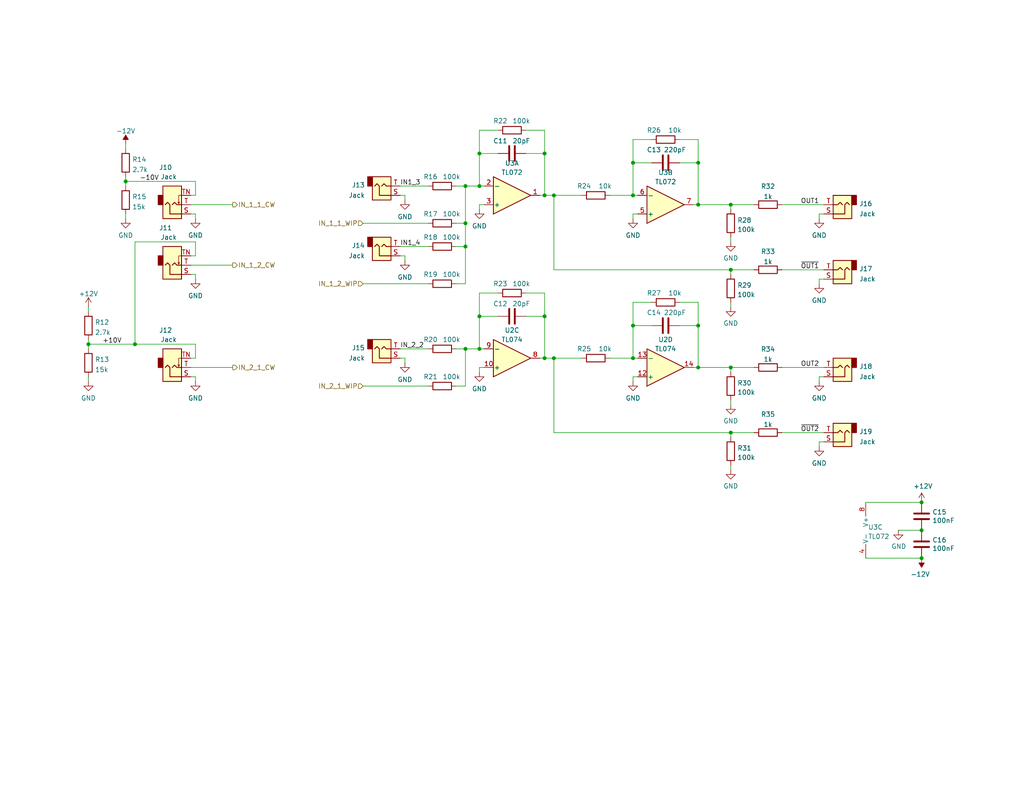
<source format=kicad_sch>
(kicad_sch (version 20211123) (generator eeschema)
  (paper "USLetter")
  (title_block (title "ARP 2600 style voltage processor") (date "2022-03-23") (company "Rich Holmes / Analog Output") (comment 1 "or neighboring rights to this work. Published from United States.") (comment 2 "To the extent possible under law, Richard Holmes has waived all copyright and related ") (comment 3 "Lag processor from MFOS design") (comment 4 "From ARP 2600 schematics with updates and additions"))
  (lib_symbols
    (symbol "Amplifier_Operational:TL074" (pin_names (offset 0.127))
      (property "Reference" "U" (at 0 5.08 0))
      (property "Value" "TL074" (at 0 -5.08 0))
      (symbol "TL074_1_1"
        (polyline (pts (xy -5.08 5.08) (xy 5.08 0) (xy -5.08 -5.08) (xy -5.08 5.08)) (stroke (width 0.254)) (fill (type background)))
        (pin output line (at 7.62 0 180) (length 2.54) (name "~") (number "1"))
        (pin input line (at -7.62 -2.54 0) (length 2.54) (name "-") (number "2"))
        (pin input line (at -7.62 2.54 0) (length 2.54) (name "+") (number "3"))
      )
      (symbol "TL074_2_1"
        (polyline (pts (xy -5.08 5.08) (xy 5.08 0) (xy -5.08 -5.08) (xy -5.08 5.08)) (stroke (width 0.254)) (fill (type background)))
        (pin input line (at -7.62 2.54 0) (length 2.54) (name "+") (number "5"))
        (pin input line (at -7.62 -2.54 0) (length 2.54) (name "-") (number "6"))
        (pin output line (at 7.62 0 180) (length 2.54) (name "~") (number "7"))
      )
      (symbol "TL074_3_1"
        (polyline (pts (xy -5.08 5.08) (xy 5.08 0) (xy -5.08 -5.08) (xy -5.08 5.08)) (stroke (width 0.254)) (fill (type background)))
        (pin input line (at -7.62 2.54 0) (length 2.54) (name "+") (number "10"))
        (pin output line (at 7.62 0 180) (length 2.54) (name "~") (number "8"))
        (pin input line (at -7.62 -2.54 0) (length 2.54) (name "-") (number "9"))
      )
      (symbol "TL074_4_1"
        (polyline (pts (xy -5.08 5.08) (xy 5.08 0) (xy -5.08 -5.08) (xy -5.08 5.08)) (stroke (width 0.254)) (fill (type background)))
        (pin input line (at -7.62 2.54 0) (length 2.54) (name "+") (number "12"))
        (pin input line (at -7.62 -2.54 0) (length 2.54) (name "-") (number "13"))
        (pin output line (at 7.62 0 180) (length 2.54) (name "~") (number "14"))
      )
      (symbol "TL074_5_1"
        (pin power_in line (at -2.54 -7.62 90) (length 3.81) (name "V-") (number "11"))
        (pin power_in line (at -2.54 7.62 270) (length 3.81) (name "V+") (number "4"))
      )
    )
    (symbol "Connector:AudioJack2"
      (property "Reference" "J" (at 0 8.89 0))
      (property "Value" "AudioJack2" (at 0 6.35 0))
      (symbol "AudioJack2_0_1"
        (rectangle (start -3.81 0) (end -2.54 -2.54) (stroke (width 0.254)) (fill (type outline)))
        (rectangle (start -2.54 3.81) (end 2.54 -2.54) (stroke (width 0.254)) (fill (type background)))
        (polyline (pts (xy 0 0) (xy 0.635 -0.635) (xy 1.27 0) (xy 2.54 0)) (stroke (width 0.254)))
        (polyline (pts (xy 2.54 2.54) (xy -0.635 2.54) (xy -0.635 0) (xy -1.27 -0.635) (xy -1.905 0)) (stroke (width 0.254)))
      )
      (symbol "AudioJack2_1_1"
        (pin passive line (at 5.08 2.54 180) (length 2.54) (name "~") (number "S"))
        (pin passive line (at 5.08 0 180) (length 2.54) (name "~") (number "T"))
      )
    )
    (symbol "Connector:AudioJack2_SwitchT"
      (property "Reference" "J" (at 0 8.89 0))
      (property "Value" "AudioJack2_SwitchT" (at 0 6.35 0))
      (symbol "AudioJack2_SwitchT_0_1"
        (rectangle (start -2.54 0) (end -3.81 -2.54) (stroke (width 0.254)) (fill (type outline)))
        (polyline (pts (xy 1.778 -0.254) (xy 2.032 -0.762)))
        (polyline (pts (xy 0 0) (xy 0.635 -0.635) (xy 1.27 0) (xy 2.54 0)) (stroke (width 0.254)))
        (polyline (pts (xy 2.54 -2.54) (xy 1.778 -2.54) (xy 1.778 -0.254) (xy 1.524 -0.762)))
        (polyline (pts (xy 2.54 2.54) (xy -0.635 2.54) (xy -0.635 0) (xy -1.27 -0.635) (xy -1.905 0)) (stroke (width 0.254)))
        (rectangle (start 2.54 3.81) (end -2.54 -5.08) (stroke (width 0.254)) (fill (type background)))
      )
      (symbol "AudioJack2_SwitchT_1_1"
        (pin passive line (at 5.08 2.54 180) (length 2.54) (name "~") (number "S"))
        (pin passive line (at 5.08 0 180) (length 2.54) (name "~") (number "T"))
        (pin passive line (at 5.08 -2.54 180) (length 2.54) (name "~") (number "TN"))
      )
    )
    (symbol "ao_symbols:C" (pin_numbers hide) (pin_names (offset 0.254))
      (property "Reference" "C" (at 0.635 2.54 0))
      (property "Value" "C" (at 0.635 -2.54 0))
      (symbol "C_0_1"
        (polyline (pts (xy -2.032 -0.762) (xy 2.032 -0.762)) (stroke (width 0.508)))
        (polyline (pts (xy -2.032 0.762) (xy 2.032 0.762)) (stroke (width 0.508)))
      )
      (symbol "C_1_1"
        (pin passive line (at 0 3.81 270) (length 2.794) (name "~") (number "1"))
        (pin passive line (at 0 -3.81 90) (length 2.794) (name "~") (number "2"))
      )
    )
    (symbol "ao_symbols:R" (pin_numbers hide) (pin_names (offset 0))
      (property "Reference" "R" (at 2.032 0 90))
      (property "Value" "R" (at 0 0 90))
      (symbol "R_0_1"
        (rectangle (start -1.016 -2.54) (end 1.016 2.54) (stroke (width 0.254)))
      )
      (symbol "R_1_1"
        (pin passive line (at 0 3.81 270) (length 1.27) (name "~") (number "1"))
        (pin passive line (at 0 -3.81 90) (length 1.27) (name "~") (number "2"))
      )
    )
    (symbol "ao_symbols:TL072" (pin_names (offset 0.127))
      (property "Reference" "U" (at 0 5.08 0))
      (property "Value" "TL072" (at 0 -5.08 0))
      (symbol "TL072_1_1"
        (polyline (pts (xy -5.08 5.08) (xy 5.08 0) (xy -5.08 -5.08) (xy -5.08 5.08)) (stroke (width 0.254)) (fill (type background)))
        (pin output line (at 7.62 0 180) (length 2.54) (name "~") (number "1"))
        (pin input line (at -7.62 -2.54 0) (length 2.54) (name "-") (number "2"))
        (pin input line (at -7.62 2.54 0) (length 2.54) (name "+") (number "3"))
      )
      (symbol "TL072_2_1"
        (polyline (pts (xy -5.08 5.08) (xy 5.08 0) (xy -5.08 -5.08) (xy -5.08 5.08)) (stroke (width 0.254)) (fill (type background)))
        (pin input line (at -7.62 2.54 0) (length 2.54) (name "+") (number "5"))
        (pin input line (at -7.62 -2.54 0) (length 2.54) (name "-") (number "6"))
        (pin output line (at 7.62 0 180) (length 2.54) (name "~") (number "7"))
      )
      (symbol "TL072_3_1"
        (pin power_in line (at -2.54 -7.62 90) (length 3.81) (name "V-") (number "4"))
        (pin power_in line (at -2.54 7.62 270) (length 3.81) (name "V+") (number "8"))
      )
    )
    (symbol "power:+12V" (power) (pin_names (offset 0))
      (property "Value" "+12V" (at 0 3.556 0))
      (symbol "+12V_0_1"
        (polyline (pts (xy -0.762 1.27) (xy 0 2.54)))
        (polyline (pts (xy 0 0) (xy 0 2.54)))
        (polyline (pts (xy 0 2.54) (xy 0.762 1.27)))
      )
      (symbol "+12V_1_1"
        (pin power_in line (at 0 0 90) (length 0) hide (name "+12V") (number "1"))
      )
    )
    (symbol "power:-12V" (power) (pin_names (offset 0))
      (property "Value" "-12V" (at 0 3.81 0))
      (symbol "-12V_0_0"
        (pin power_in line (at 0 0 90) (length 0) hide (name "-12V") (number "1"))
      )
      (symbol "-12V_0_1"
        (polyline (pts (xy 0 0) (xy 0 1.27) (xy 0.762 1.27) (xy 0 2.54) (xy -0.762 1.27) (xy 0 1.27)) (fill (type outline)))
      )
    )
    (symbol "power:GND" (power) (pin_names (offset 0))
      (property "Value" "GND" (at 0 -3.81 0))
      (symbol "GND_0_1"
        (polyline (pts (xy 0 0) (xy 0 -1.27) (xy 1.27 -1.27) (xy 0 -2.54) (xy -1.27 -1.27) (xy 0 -1.27)))
      )
      (symbol "GND_1_1"
        (pin power_in line (at 0 0 270) (length 0) hide (name "GND") (number "1"))
      )
    )
  )
  (junction (at 148.59 53.34))
  (junction (at 199.39 73.66))
  (junction (at 130.81 50.8))
  (junction (at 251.46 144.78))
  (junction (at 148.59 86.36))
  (junction (at 251.46 137.16))
  (junction (at 130.81 41.91))
  (junction (at 34.29 49.53))
  (junction (at 172.72 88.9))
  (junction (at 148.59 97.79))
  (junction (at 251.46 152.4))
  (junction (at 199.39 55.88))
  (junction (at 127 50.8))
  (junction (at 127 67.31))
  (junction (at 199.39 118.11))
  (junction (at 190.5 100.33))
  (junction (at 127 60.96))
  (junction (at 127 95.25))
  (junction (at 148.59 41.91))
  (junction (at 199.39 100.33))
  (junction (at 151.13 97.79))
  (junction (at 172.72 53.34))
  (junction (at 190.5 44.45))
  (junction (at 36.83 93.98))
  (junction (at 172.72 97.79))
  (junction (at 130.81 86.36))
  (junction (at 190.5 88.9))
  (junction (at 130.81 95.25))
  (junction (at 172.72 44.45))
  (junction (at 24.13 93.98))
  (junction (at 190.5 55.88))
  (junction (at 151.13 53.34))
  (wire (pts (xy 127 67.31) (xy 127 77.47)))
  (wire (pts (xy 190.5 82.55) (xy 185.42 82.55)))
  (wire (pts (xy 36.83 66.04) (xy 53.34 66.04)))
  (wire (pts (xy 52.07 72.39) (xy 63.5 72.39)))
  (wire (pts (xy 130.81 100.33) (xy 132.08 100.33)))
  (wire (pts (xy 130.81 35.56) (xy 135.89 35.56)))
  (wire (pts (xy 127 95.25) (xy 127 105.41)))
  (wire (pts (xy 190.5 88.9) (xy 190.5 100.33)))
  (wire (pts (xy 172.72 88.9) (xy 177.8 88.9)))
  (wire (pts (xy 143.51 86.36) (xy 148.59 86.36)))
  (wire (pts (xy 172.72 38.1) (xy 177.8 38.1)))
  (wire (pts (xy 213.36 73.66) (xy 224.79 73.66)))
  (wire (pts (xy 110.49 97.79) (xy 109.22 97.79)))
  (wire (pts (xy 172.72 88.9) (xy 172.72 97.79)))
  (wire (pts (xy 223.52 59.69) (xy 223.52 58.42)))
  (wire (pts (xy 166.37 53.34) (xy 172.72 53.34)))
  (wire (pts (xy 151.13 118.11) (xy 199.39 118.11)))
  (wire (pts (xy 236.22 137.16) (xy 251.46 137.16)))
  (wire (pts (xy 109.22 95.25) (xy 116.84 95.25)))
  (wire (pts (xy 148.59 53.34) (xy 151.13 53.34)))
  (wire (pts (xy 223.52 58.42) (xy 224.79 58.42)))
  (wire (pts (xy 172.72 82.55) (xy 172.72 88.9)))
  (wire (pts (xy 190.5 38.1) (xy 190.5 44.45)))
  (wire (pts (xy 172.72 102.87) (xy 173.99 102.87)))
  (wire (pts (xy 143.51 41.91) (xy 148.59 41.91)))
  (wire (pts (xy 172.72 53.34) (xy 173.99 53.34)))
  (wire (pts (xy 24.13 102.87) (xy 24.13 104.14)))
  (wire (pts (xy 172.72 82.55) (xy 177.8 82.55)))
  (wire (pts (xy 189.23 100.33) (xy 190.5 100.33)))
  (wire (pts (xy 110.49 71.12) (xy 110.49 69.85)))
  (wire (pts (xy 199.39 83.82) (xy 199.39 82.55)))
  (wire (pts (xy 245.11 144.78) (xy 251.46 144.78)))
  (wire (pts (xy 147.32 97.79) (xy 148.59 97.79)))
  (wire (pts (xy 199.39 73.66) (xy 205.74 73.66)))
  (wire (pts (xy 190.5 82.55) (xy 190.5 88.9)))
  (wire (pts (xy 127 77.47) (xy 124.46 77.47)))
  (wire (pts (xy 127 60.96) (xy 127 67.31)))
  (wire (pts (xy 190.5 100.33) (xy 199.39 100.33)))
  (wire (pts (xy 190.5 44.45) (xy 190.5 55.88)))
  (wire (pts (xy 130.81 95.25) (xy 132.08 95.25)))
  (wire (pts (xy 172.72 38.1) (xy 172.72 44.45)))
  (wire (pts (xy 99.06 105.41) (xy 116.84 105.41)))
  (wire (pts (xy 148.59 35.56) (xy 148.59 41.91)))
  (wire (pts (xy 199.39 119.38) (xy 199.39 118.11)))
  (wire (pts (xy 130.81 86.36) (xy 130.81 95.25)))
  (wire (pts (xy 151.13 73.66) (xy 151.13 53.34)))
  (wire (pts (xy 148.59 80.01) (xy 148.59 86.36)))
  (wire (pts (xy 53.34 66.04) (xy 53.34 69.85)))
  (wire (pts (xy 236.22 152.4) (xy 251.46 152.4)))
  (wire (pts (xy 24.13 93.98) (xy 24.13 95.25)))
  (wire (pts (xy 199.39 55.88) (xy 205.74 55.88)))
  (wire (pts (xy 109.22 50.8) (xy 116.84 50.8)))
  (wire (pts (xy 34.29 49.53) (xy 53.34 49.53)))
  (wire (pts (xy 223.52 120.65) (xy 224.79 120.65)))
  (wire (pts (xy 110.49 69.85) (xy 109.22 69.85)))
  (wire (pts (xy 53.34 76.2) (xy 53.34 74.93)))
  (wire (pts (xy 166.37 97.79) (xy 172.72 97.79)))
  (wire (pts (xy 130.81 86.36) (xy 135.89 86.36)))
  (wire (pts (xy 172.72 44.45) (xy 172.72 53.34)))
  (wire (pts (xy 99.06 60.96) (xy 116.84 60.96)))
  (wire (pts (xy 130.81 41.91) (xy 135.89 41.91)))
  (wire (pts (xy 147.32 53.34) (xy 148.59 53.34)))
  (wire (pts (xy 36.83 93.98) (xy 36.83 66.04)))
  (wire (pts (xy 36.83 93.98) (xy 53.34 93.98)))
  (wire (pts (xy 124.46 67.31) (xy 127 67.31)))
  (wire (pts (xy 223.52 104.14) (xy 223.52 102.87)))
  (wire (pts (xy 185.42 44.45) (xy 190.5 44.45)))
  (wire (pts (xy 124.46 95.25) (xy 127 95.25)))
  (wire (pts (xy 130.81 55.88) (xy 132.08 55.88)))
  (wire (pts (xy 223.52 102.87) (xy 224.79 102.87)))
  (wire (pts (xy 34.29 39.37) (xy 34.29 40.64)))
  (wire (pts (xy 190.5 38.1) (xy 185.42 38.1)))
  (wire (pts (xy 53.34 58.42) (xy 52.07 58.42)))
  (wire (pts (xy 52.07 55.88) (xy 63.5 55.88)))
  (wire (pts (xy 148.59 97.79) (xy 151.13 97.79)))
  (wire (pts (xy 172.72 58.42) (xy 173.99 58.42)))
  (wire (pts (xy 99.06 77.47) (xy 116.84 77.47)))
  (wire (pts (xy 172.72 97.79) (xy 173.99 97.79)))
  (wire (pts (xy 24.13 92.71) (xy 24.13 93.98)))
  (wire (pts (xy 52.07 100.33) (xy 63.5 100.33)))
  (wire (pts (xy 53.34 49.53) (xy 53.34 53.34)))
  (wire (pts (xy 143.51 80.01) (xy 148.59 80.01)))
  (wire (pts (xy 199.39 128.27) (xy 199.39 127)))
  (wire (pts (xy 130.81 35.56) (xy 130.81 41.91)))
  (wire (pts (xy 124.46 50.8) (xy 127 50.8)))
  (wire (pts (xy 124.46 105.41) (xy 127 105.41)))
  (wire (pts (xy 127 50.8) (xy 130.81 50.8)))
  (wire (pts (xy 130.81 57.15) (xy 130.81 55.88)))
  (wire (pts (xy 53.34 102.87) (xy 52.07 102.87)))
  (wire (pts (xy 110.49 54.61) (xy 110.49 53.34)))
  (wire (pts (xy 223.52 77.47) (xy 223.52 76.2)))
  (wire (pts (xy 172.72 59.69) (xy 172.72 58.42)))
  (wire (pts (xy 24.13 83.82) (xy 24.13 85.09)))
  (wire (pts (xy 199.39 74.93) (xy 199.39 73.66)))
  (wire (pts (xy 185.42 88.9) (xy 190.5 88.9)))
  (wire (pts (xy 151.13 53.34) (xy 158.75 53.34)))
  (wire (pts (xy 199.39 101.6) (xy 199.39 100.33)))
  (wire (pts (xy 151.13 73.66) (xy 199.39 73.66)))
  (wire (pts (xy 189.23 55.88) (xy 190.5 55.88)))
  (wire (pts (xy 199.39 118.11) (xy 205.74 118.11)))
  (wire (pts (xy 53.34 74.93) (xy 52.07 74.93)))
  (wire (pts (xy 53.34 104.14) (xy 53.34 102.87)))
  (wire (pts (xy 199.39 57.15) (xy 199.39 55.88)))
  (wire (pts (xy 172.72 104.14) (xy 172.72 102.87)))
  (wire (pts (xy 148.59 86.36) (xy 148.59 97.79)))
  (wire (pts (xy 199.39 110.49) (xy 199.39 109.22)))
  (wire (pts (xy 127 95.25) (xy 130.81 95.25)))
  (wire (pts (xy 34.29 58.42) (xy 34.29 59.69)))
  (wire (pts (xy 34.29 48.26) (xy 34.29 49.53)))
  (wire (pts (xy 151.13 97.79) (xy 158.75 97.79)))
  (wire (pts (xy 213.36 100.33) (xy 224.79 100.33)))
  (wire (pts (xy 53.34 93.98) (xy 53.34 97.79)))
  (wire (pts (xy 124.46 60.96) (xy 127 60.96)))
  (wire (pts (xy 199.39 100.33) (xy 205.74 100.33)))
  (wire (pts (xy 148.59 35.56) (xy 143.51 35.56)))
  (wire (pts (xy 223.52 76.2) (xy 224.79 76.2)))
  (wire (pts (xy 223.52 121.92) (xy 223.52 120.65)))
  (wire (pts (xy 151.13 118.11) (xy 151.13 97.79)))
  (wire (pts (xy 213.36 118.11) (xy 224.79 118.11)))
  (wire (pts (xy 213.36 55.88) (xy 224.79 55.88)))
  (wire (pts (xy 130.81 80.01) (xy 135.89 80.01)))
  (wire (pts (xy 53.34 69.85) (xy 52.07 69.85)))
  (wire (pts (xy 127 50.8) (xy 127 60.96)))
  (wire (pts (xy 110.49 99.06) (xy 110.49 97.79)))
  (wire (pts (xy 172.72 44.45) (xy 177.8 44.45)))
  (wire (pts (xy 148.59 41.91) (xy 148.59 53.34)))
  (wire (pts (xy 34.29 49.53) (xy 34.29 50.8)))
  (wire (pts (xy 130.81 41.91) (xy 130.81 50.8)))
  (wire (pts (xy 190.5 55.88) (xy 199.39 55.88)))
  (wire (pts (xy 109.22 67.31) (xy 116.84 67.31)))
  (wire (pts (xy 199.39 66.04) (xy 199.39 64.77)))
  (wire (pts (xy 110.49 53.34) (xy 109.22 53.34)))
  (wire (pts (xy 130.81 101.6) (xy 130.81 100.33)))
  (wire (pts (xy 53.34 97.79) (xy 52.07 97.79)))
  (wire (pts (xy 53.34 53.34) (xy 52.07 53.34)))
  (wire (pts (xy 53.34 59.69) (xy 53.34 58.42)))
  (wire (pts (xy 130.81 50.8) (xy 132.08 50.8)))
  (wire (pts (xy 130.81 80.01) (xy 130.81 86.36)))
  (wire (pts (xy 24.13 93.98) (xy 36.83 93.98)))
  (label "OUT1" (at 223.52 55.88 180))
  (label "-10V" (at 38.1 49.53 0))
  (label "IN1_3" (at 109.22 50.8 0))
  (label "IN1_4" (at 109.22 67.31 0))
  (label "+10V" (at 27.94 93.98 0))
  (label "~{OUT1}" (at 223.52 73.66 180))
  (label "IN_2_2" (at 109.22 95.25 0))
  (label "~{OUT2}" (at 223.52 118.11 180))
  (label "OUT2" (at 223.52 100.33 180))
  (hierarchical_label "IN_1_1_WIP" (shape input) (at 99.06 60.96 180))
  (hierarchical_label "IN_2_1_CW" (shape output) (at 63.5 100.33 0))
  (hierarchical_label "IN_1_1_CW" (shape output) (at 63.5 55.88 0))
  (hierarchical_label "IN_1_2_WIP" (shape input) (at 99.06 77.47 180))
  (hierarchical_label "IN_2_1_WIP" (shape input) (at 99.06 105.41 180))
  (hierarchical_label "IN_1_2_CW" (shape output) (at 63.5 72.39 0))
  (symbol (lib_id "ao_symbols:R") (at 120.65 105.41 90) (unit 1)
    (property "Reference" "R21" (at 117.475 102.87 90))
    (property "Value" "100k" (at 123.19 102.87 90))
    (property "Footprint" "ao_tht:R_Axial_DIN0207_L6.3mm_D2.5mm_P10.16mm_Horizontal" (effects hide))
    (property "Vendor" "Tayda" (effects hide))
  )
  (symbol (lib_id "ao_symbols:R") (at 209.55 100.33 90) (unit 1)
    (property "Reference" "R34" (at 209.55 95.3475 90))
    (property "Value" "1k" (at 209.55 98.1226 90))
    (property "Footprint" "ao_tht:R_Axial_DIN0207_L6.3mm_D2.5mm_P10.16mm_Horizontal" (effects hide))
    (property "Vendor" "Tayda" (effects hide))
  )
  (symbol (lib_id "Amplifier_Operational:TL074") (at 139.7 97.79 0) (mirror x) (unit 3)
    (property "Reference" "U2" (at 139.7 90.17 0))
    (property "Value" "TL074" (at 139.7 92.71 0))
    (property "Footprint" "ao_tht:DIP-14_W7.62mm_Socket_LongPads" (effects hide))
    (property "Datasheet" "http://www.ti.com/lit/ds/symlink/tl071.pdf" (effects hide))
  )
  (symbol (lib_id "Connector:AudioJack2_SwitchT") (at 46.99 72.39 0) (mirror x) (unit 1)
    (property "Reference" "J11" (at 46.99 62.23 0) (effects (justify right)))
    (property "Value" "Jack" (at 48.26 64.77 0) (effects (justify right)))
    (property "Footprint" "ao_tht:Jack_6.35mm_PJ_629HAN_slots" (effects hide))
  )
  (symbol (lib_id "power:GND") (at 223.52 59.69 0) (mirror y) (unit 1)
    (property "Reference" "#PWR047" (effects hide))
    (property "Value" "GND" (at 223.52 64.2525 0))
  )
  (symbol (lib_id "ao_symbols:R") (at 34.29 54.61 180) (unit 1)
    (property "Reference" "R15" (at 36.068 53.7015 0) (effects (justify right)))
    (property "Value" "15k" (at 36.068 56.4766 0) (effects (justify right)))
    (property "Footprint" "ao_tht:R_Axial_DIN0207_L6.3mm_D2.5mm_P10.16mm_Horizontal" (effects hide))
    (property "Vendor" "Tayda" (effects hide))
  )
  (symbol (lib_id "power:GND") (at 110.49 54.61 0) (unit 1)
    (property "Reference" "#PWR036" (effects hide))
    (property "Value" "GND" (at 110.49 59.1725 0))
  )
  (symbol (lib_id "ao_symbols:C") (at 139.7 41.91 90) (unit 1)
    (property "Reference" "C11" (at 136.525 38.481 90))
    (property "Value" "20pF" (at 142.24 38.481 90))
    (property "Footprint" "ao_tht:C_Disc_D3.0mm_W1.6mm_P2.50mm" (effects hide))
    (property "Vendor" "Tayda" (effects hide))
    (property "Description" "Ceramic capacitor" (effects hide))
  )
  (symbol (lib_id "power:GND") (at 199.39 66.04 0) (unit 1)
    (property "Reference" "#PWR043" (effects hide))
    (property "Value" "GND" (at 199.39 70.4834 0))
  )
  (symbol (lib_id "power:GND") (at 223.52 121.92 0) (mirror y) (unit 1)
    (property "Reference" "#PWR050" (effects hide))
    (property "Value" "GND" (at 223.52 126.4825 0))
  )
  (symbol (lib_id "power:GND") (at 245.11 144.78 0) (unit 1)
    (property "Reference" "#PWR051" (effects hide))
    (property "Value" "GND" (at 245.237 149.1742 0))
  )
  (symbol (lib_id "power:GND") (at 172.72 59.69 0) (mirror y) (unit 1)
    (property "Reference" "#PWR041" (effects hide))
    (property "Value" "GND" (at 172.72 64.2525 0))
  )
  (symbol (lib_id "Connector:AudioJack2") (at 229.87 118.11 180) (unit 1)
    (property "Reference" "J19" (at 234.4419 117.8365 0) (effects (justify right)))
    (property "Value" "Jack" (at 234.4419 120.6116 0) (effects (justify right)))
    (property "Footprint" "ao_tht:Jack_6.35mm_PJ_629HAN_slots" (effects hide))
  )
  (symbol (lib_id "Connector:AudioJack2") (at 229.87 100.33 180) (unit 1)
    (property "Reference" "J18" (at 234.4419 100.0565 0) (effects (justify right)))
    (property "Value" "Jack" (at 234.4419 102.8316 0) (effects (justify right)))
    (property "Footprint" "ao_tht:Jack_6.35mm_PJ_629HAN_slots" (effects hide))
  )
  (symbol (lib_id "ao_symbols:R") (at 199.39 78.74 0) (unit 1)
    (property "Reference" "R29" (at 201.168 77.9053 0) (effects (justify left)))
    (property "Value" "100k" (at 201.168 80.4422 0) (effects (justify left)))
    (property "Footprint" "ao_tht:R_Axial_DIN0207_L6.3mm_D2.5mm_P10.16mm_Horizontal" (effects hide))
    (property "Vendor" "Tayda" (effects hide))
  )
  (symbol (lib_id "ao_symbols:R") (at 181.61 82.55 90) (unit 1)
    (property "Reference" "R27" (at 178.435 80.01 90))
    (property "Value" "10k" (at 184.15 80.01 90))
    (property "Footprint" "ao_tht:R_Axial_DIN0207_L6.3mm_D2.5mm_P10.16mm_Horizontal" (effects hide))
    (property "Vendor" "Tayda" (effects hide))
  )
  (symbol (lib_id "ao_symbols:R") (at 199.39 60.96 0) (unit 1)
    (property "Reference" "R28" (at 201.168 60.1253 0) (effects (justify left)))
    (property "Value" "100k" (at 201.168 62.6622 0) (effects (justify left)))
    (property "Footprint" "ao_tht:R_Axial_DIN0207_L6.3mm_D2.5mm_P10.16mm_Horizontal" (effects hide))
    (property "Vendor" "Tayda" (effects hide))
  )
  (symbol (lib_id "ao_symbols:R") (at 120.65 50.8 90) (unit 1)
    (property "Reference" "R16" (at 117.475 48.26 90))
    (property "Value" "100k" (at 123.19 48.26 90))
    (property "Footprint" "ao_tht:R_Axial_DIN0207_L6.3mm_D2.5mm_P10.16mm_Horizontal" (effects hide))
    (property "Vendor" "Tayda" (effects hide))
  )
  (symbol (lib_id "power:GND") (at 223.52 104.14 0) (mirror y) (unit 1)
    (property "Reference" "#PWR049" (effects hide))
    (property "Value" "GND" (at 223.52 108.7025 0))
  )
  (symbol (lib_id "ao_symbols:R") (at 120.65 60.96 90) (unit 1)
    (property "Reference" "R17" (at 117.475 58.42 90))
    (property "Value" "100k" (at 123.19 58.42 90))
    (property "Footprint" "ao_tht:R_Axial_DIN0207_L6.3mm_D2.5mm_P10.16mm_Horizontal" (effects hide))
    (property "Vendor" "Tayda" (effects hide))
  )
  (symbol (lib_id "ao_symbols:R") (at 209.55 73.66 90) (unit 1)
    (property "Reference" "R33" (at 209.55 68.6775 90))
    (property "Value" "1k" (at 209.55 71.4526 90))
    (property "Footprint" "ao_tht:R_Axial_DIN0207_L6.3mm_D2.5mm_P10.16mm_Horizontal" (effects hide))
    (property "Vendor" "Tayda" (effects hide))
  )
  (symbol (lib_id "ao_symbols:R") (at 162.56 53.34 90) (unit 1)
    (property "Reference" "R24" (at 159.385 50.8 90))
    (property "Value" "10k" (at 165.1 50.8 90))
    (property "Footprint" "ao_tht:R_Axial_DIN0207_L6.3mm_D2.5mm_P10.16mm_Horizontal" (effects hide))
    (property "Vendor" "Tayda" (effects hide))
  )
  (symbol (lib_id "power:GND") (at 110.49 71.12 0) (unit 1)
    (property "Reference" "#PWR037" (effects hide))
    (property "Value" "GND" (at 110.49 75.6825 0))
  )
  (symbol (lib_id "ao_symbols:R") (at 181.61 38.1 90) (unit 1)
    (property "Reference" "R26" (at 178.435 35.56 90))
    (property "Value" "10k" (at 184.15 35.56 90))
    (property "Footprint" "ao_tht:R_Axial_DIN0207_L6.3mm_D2.5mm_P10.16mm_Horizontal" (effects hide))
    (property "Vendor" "Tayda" (effects hide))
  )
  (symbol (lib_id "power:GND") (at 34.29 59.69 0) (unit 1)
    (property "Reference" "#PWR032" (effects hide))
    (property "Value" "GND" (at 34.29 64.2525 0))
  )
  (symbol (lib_id "power:GND") (at 53.34 59.69 0) (unit 1)
    (property "Reference" "#PWR033" (effects hide))
    (property "Value" "GND" (at 53.34 64.2525 0))
  )
  (symbol (lib_id "ao_symbols:C") (at 139.7 86.36 90) (unit 1)
    (property "Reference" "C12" (at 136.525 82.931 90))
    (property "Value" "20pF" (at 142.24 82.931 90))
    (property "Footprint" "ao_tht:C_Disc_D3.0mm_W1.6mm_P2.50mm" (effects hide))
    (property "Vendor" "Tayda" (effects hide))
    (property "Description" "Ceramic capacitor" (effects hide))
  )
  (symbol (lib_id "ao_symbols:TL072") (at 181.61 55.88 0) (mirror x) (unit 2)
    (property "Reference" "U3" (at 181.61 47.1002 0))
    (property "Value" "TL072" (at 181.61 49.6371 0))
    (property "Footprint" "ao_tht:DIP-8_W7.62mm_Socket_LongPads" (effects hide))
    (property "Vendor" "Tayda" (effects hide))
    (property "SKU" "A-037" (effects hide))
  )
  (symbol (lib_id "ao_symbols:R") (at 209.55 55.88 90) (unit 1)
    (property "Reference" "R32" (at 209.55 50.8975 90))
    (property "Value" "1k" (at 209.55 53.6726 90))
    (property "Footprint" "ao_tht:R_Axial_DIN0207_L6.3mm_D2.5mm_P10.16mm_Horizontal" (effects hide))
    (property "Vendor" "Tayda" (effects hide))
  )
  (symbol (lib_id "power:GND") (at 130.81 101.6 0) (mirror y) (unit 1)
    (property "Reference" "#PWR040" (effects hide))
    (property "Value" "GND" (at 130.81 106.1625 0))
  )
  (symbol (lib_id "ao_symbols:C") (at 251.46 140.97 0) (unit 1)
    (property "Reference" "C15" (at 254.381 139.8016 0) (effects (justify left)))
    (property "Value" "100nF" (at 254.381 142.113 0) (effects (justify left)))
    (property "Footprint" "ao_tht:C_Disc_D3.0mm_W1.6mm_P2.50mm" (effects hide))
    (property "Vendor" "Tayda" (effects hide))
    (property "SKU" "A-553" (effects hide))
    (property "Description" "Ceramic capacitor" (effects hide))
  )
  (symbol (lib_id "ao_symbols:R") (at 120.65 77.47 90) (unit 1)
    (property "Reference" "R19" (at 117.475 74.93 90))
    (property "Value" "100k" (at 123.19 74.93 90))
    (property "Footprint" "ao_tht:R_Axial_DIN0207_L6.3mm_D2.5mm_P10.16mm_Horizontal" (effects hide))
    (property "Vendor" "Tayda" (effects hide))
  )
  (symbol (lib_id "power:GND") (at 172.72 104.14 0) (mirror y) (unit 1)
    (property "Reference" "#PWR042" (effects hide))
    (property "Value" "GND" (at 172.72 108.7025 0))
  )
  (symbol (lib_id "power:GND") (at 199.39 110.49 0) (unit 1)
    (property "Reference" "#PWR045" (effects hide))
    (property "Value" "GND" (at 199.39 114.9334 0))
  )
  (symbol (lib_id "ao_symbols:C") (at 181.61 44.45 90) (unit 1)
    (property "Reference" "C13" (at 178.435 40.894 90))
    (property "Value" "220pF" (at 184.15 40.894 90))
    (property "Footprint" "ao_tht:C_Disc_D3.0mm_W1.6mm_P2.50mm" (effects hide))
    (property "Vendor" "Tayda" (effects hide))
    (property "Description" "Ceramic capacitor" (effects hide))
  )
  (symbol (lib_id "ao_symbols:TL072") (at 139.7 53.34 0) (mirror x) (unit 1)
    (property "Reference" "U3" (at 139.7 44.5602 0))
    (property "Value" "TL072" (at 139.7 47.0971 0))
    (property "Footprint" "ao_tht:DIP-8_W7.62mm_Socket_LongPads" (effects hide))
    (property "Vendor" "Tayda" (effects hide))
    (property "SKU" "A-037" (effects hide))
  )
  (symbol (lib_id "power:GND") (at 110.49 99.06 0) (unit 1)
    (property "Reference" "#PWR038" (effects hide))
    (property "Value" "GND" (at 110.49 103.6225 0))
  )
  (symbol (lib_id "ao_symbols:R") (at 199.39 105.41 0) (unit 1)
    (property "Reference" "R30" (at 201.168 104.5753 0) (effects (justify left)))
    (property "Value" "100k" (at 201.168 107.1122 0) (effects (justify left)))
    (property "Footprint" "ao_tht:R_Axial_DIN0207_L6.3mm_D2.5mm_P10.16mm_Horizontal" (effects hide))
    (property "Vendor" "Tayda" (effects hide))
  )
  (symbol (lib_id "power:-12V") (at 251.46 152.4 180) (unit 1)
    (property "Reference" "#PWR053" (effects hide))
    (property "Value" "-12V" (at 251.079 156.7942 0))
  )
  (symbol (lib_id "ao_symbols:R") (at 120.65 95.25 90) (unit 1)
    (property "Reference" "R20" (at 117.475 92.71 90))
    (property "Value" "100k" (at 123.19 92.71 90))
    (property "Footprint" "ao_tht:R_Axial_DIN0207_L6.3mm_D2.5mm_P10.16mm_Horizontal" (effects hide))
    (property "Vendor" "Tayda" (effects hide))
  )
  (symbol (lib_id "power:GND") (at 199.39 128.27 0) (unit 1)
    (property "Reference" "#PWR046" (effects hide))
    (property "Value" "GND" (at 199.39 132.7134 0))
  )
  (symbol (lib_id "ao_symbols:R") (at 34.29 44.45 180) (unit 1)
    (property "Reference" "R14" (at 36.068 43.5415 0) (effects (justify right)))
    (property "Value" "2.7k" (at 36.068 46.3166 0) (effects (justify right)))
    (property "Footprint" "ao_tht:R_Axial_DIN0207_L6.3mm_D2.5mm_P10.16mm_Horizontal" (effects hide))
    (property "Vendor" "Tayda" (effects hide))
  )
  (symbol (lib_id "ao_symbols:TL072") (at 238.76 144.78 0) (unit 3)
    (property "Reference" "U3" (at 236.855 143.9453 0) (effects (justify left)))
    (property "Value" "TL072" (at 236.855 146.4822 0) (effects (justify left)))
    (property "Footprint" "ao_tht:DIP-8_W7.62mm_Socket_LongPads" (effects hide))
    (property "Vendor" "Tayda" (effects hide))
    (property "SKU" "A-037" (effects hide))
  )
  (symbol (lib_id "ao_symbols:R") (at 139.7 80.01 90) (unit 1)
    (property "Reference" "R23" (at 136.525 77.47 90))
    (property "Value" "100k" (at 142.24 77.47 90))
    (property "Footprint" "ao_tht:R_Axial_DIN0207_L6.3mm_D2.5mm_P10.16mm_Horizontal" (effects hide))
    (property "Vendor" "Tayda" (effects hide))
  )
  (symbol (lib_id "power:GND") (at 223.52 77.47 0) (mirror y) (unit 1)
    (property "Reference" "#PWR048" (effects hide))
    (property "Value" "GND" (at 223.52 82.0325 0))
  )
  (symbol (lib_id "ao_symbols:R") (at 139.7 35.56 90) (unit 1)
    (property "Reference" "R22" (at 136.525 33.02 90))
    (property "Value" "100k" (at 142.24 33.02 90))
    (property "Footprint" "ao_tht:R_Axial_DIN0207_L6.3mm_D2.5mm_P10.16mm_Horizontal" (effects hide))
    (property "Vendor" "Tayda" (effects hide))
  )
  (symbol (lib_id "ao_symbols:R") (at 24.13 88.9 180) (unit 1)
    (property "Reference" "R12" (at 25.908 87.9915 0) (effects (justify right)))
    (property "Value" "2.7k" (at 25.908 90.7666 0) (effects (justify right)))
    (property "Footprint" "ao_tht:R_Axial_DIN0207_L6.3mm_D2.5mm_P10.16mm_Horizontal" (effects hide))
    (property "Vendor" "Tayda" (effects hide))
  )
  (symbol (lib_id "ao_symbols:R") (at 120.65 67.31 90) (unit 1)
    (property "Reference" "R18" (at 117.475 64.77 90))
    (property "Value" "100k" (at 123.19 64.77 90))
    (property "Footprint" "ao_tht:R_Axial_DIN0207_L6.3mm_D2.5mm_P10.16mm_Horizontal" (effects hide))
    (property "Vendor" "Tayda" (effects hide))
  )
  (symbol (lib_id "power:GND") (at 24.13 104.14 0) (unit 1)
    (property "Reference" "#PWR030" (effects hide))
    (property "Value" "GND" (at 24.13 108.7025 0))
  )
  (symbol (lib_id "power:+12V") (at 24.13 83.82 0) (unit 1)
    (property "Reference" "#PWR029" (effects hide))
    (property "Value" "+12V" (at 24.13 80.2155 0))
  )
  (symbol (lib_id "power:+12V") (at 251.46 137.16 0) (unit 1)
    (property "Reference" "#PWR052" (effects hide))
    (property "Value" "+12V" (at 251.841 132.7658 0))
  )
  (symbol (lib_id "ao_symbols:R") (at 209.55 118.11 90) (unit 1)
    (property "Reference" "R35" (at 209.55 113.1275 90))
    (property "Value" "1k" (at 209.55 115.9026 90))
    (property "Footprint" "ao_tht:R_Axial_DIN0207_L6.3mm_D2.5mm_P10.16mm_Horizontal" (effects hide))
    (property "Vendor" "Tayda" (effects hide))
  )
  (symbol (lib_id "Connector:AudioJack2") (at 104.14 95.25 0) (mirror x) (unit 1)
    (property "Reference" "J15" (at 99.5681 94.9765 0) (effects (justify right)))
    (property "Value" "Jack" (at 99.5681 97.7516 0) (effects (justify right)))
    (property "Footprint" "ao_tht:Jack_6.35mm_PJ_629HAN_slots" (effects hide))
  )
  (symbol (lib_id "power:-12V") (at 34.29 39.37 0) (unit 1)
    (property "Reference" "#PWR031" (effects hide))
    (property "Value" "-12V" (at 34.29 35.7655 0))
  )
  (symbol (lib_id "Connector:AudioJack2") (at 104.14 50.8 0) (mirror x) (unit 1)
    (property "Reference" "J13" (at 99.5681 50.5265 0) (effects (justify right)))
    (property "Value" "Jack" (at 99.5681 53.3016 0) (effects (justify right)))
    (property "Footprint" "ao_tht:Jack_6.35mm_PJ_629HAN_slots" (effects hide))
  )
  (symbol (lib_id "ao_symbols:R") (at 199.39 123.19 0) (unit 1)
    (property "Reference" "R31" (at 201.168 122.3553 0) (effects (justify left)))
    (property "Value" "100k" (at 201.168 124.8922 0) (effects (justify left)))
    (property "Footprint" "ao_tht:R_Axial_DIN0207_L6.3mm_D2.5mm_P10.16mm_Horizontal" (effects hide))
    (property "Vendor" "Tayda" (effects hide))
  )
  (symbol (lib_id "Connector:AudioJack2") (at 229.87 55.88 180) (unit 1)
    (property "Reference" "J16" (at 234.4419 55.6065 0) (effects (justify right)))
    (property "Value" "Jack" (at 234.4419 58.3816 0) (effects (justify right)))
    (property "Footprint" "ao_tht:Jack_6.35mm_PJ_629HAN_slots" (effects hide))
  )
  (symbol (lib_id "power:GND") (at 53.34 76.2 0) (unit 1)
    (property "Reference" "#PWR034" (effects hide))
    (property "Value" "GND" (at 53.34 80.7625 0))
  )
  (symbol (lib_id "Connector:AudioJack2") (at 104.14 67.31 0) (mirror x) (unit 1)
    (property "Reference" "J14" (at 99.5681 67.0365 0) (effects (justify right)))
    (property "Value" "Jack" (at 99.5681 69.8116 0) (effects (justify right)))
    (property "Footprint" "ao_tht:Jack_6.35mm_PJ_629HAN_slots" (effects hide))
  )
  (symbol (lib_id "Connector:AudioJack2") (at 229.87 73.66 180) (unit 1)
    (property "Reference" "J17" (at 234.4419 73.3865 0) (effects (justify right)))
    (property "Value" "Jack" (at 234.4419 76.1616 0) (effects (justify right)))
    (property "Footprint" "ao_tht:Jack_6.35mm_PJ_629HAN_slots" (effects hide))
  )
  (symbol (lib_id "Connector:AudioJack2_SwitchT") (at 46.99 100.33 0) (mirror x) (unit 1)
    (property "Reference" "J12" (at 46.99 90.17 0) (effects (justify right)))
    (property "Value" "Jack" (at 48.26 92.71 0) (effects (justify right)))
    (property "Footprint" "ao_tht:Jack_6.35mm_PJ_629HAN_slots" (effects hide))
  )
  (symbol (lib_id "ao_symbols:R") (at 24.13 99.06 180) (unit 1)
    (property "Reference" "R13" (at 25.908 98.1515 0) (effects (justify right)))
    (property "Value" "15k" (at 25.908 100.9266 0) (effects (justify right)))
    (property "Footprint" "ao_tht:R_Axial_DIN0207_L6.3mm_D2.5mm_P10.16mm_Horizontal" (effects hide))
    (property "Vendor" "Tayda" (effects hide))
  )
  (symbol (lib_id "power:GND") (at 53.34 104.14 0) (unit 1)
    (property "Reference" "#PWR035" (effects hide))
    (property "Value" "GND" (at 53.34 108.7025 0))
  )
  (symbol (lib_id "ao_symbols:C") (at 181.61 88.9 90) (unit 1)
    (property "Reference" "C14" (at 178.435 85.344 90))
    (property "Value" "220pF" (at 184.15 85.344 90))
    (property "Footprint" "ao_tht:C_Disc_D3.0mm_W1.6mm_P2.50mm" (effects hide))
    (property "Vendor" "Tayda" (effects hide))
    (property "Description" "Ceramic capacitor" (effects hide))
  )
  (symbol (lib_id "Connector:AudioJack2_SwitchT") (at 46.99 55.88 0) (mirror x) (unit 1)
    (property "Reference" "J10" (at 46.99 45.72 0) (effects (justify right)))
    (property "Value" "Jack" (at 48.26 48.26 0) (effects (justify right)))
    (property "Footprint" "ao_tht:Jack_6.35mm_PJ_629HAN_slots" (effects hide))
  )
  (symbol (lib_id "ao_symbols:C") (at 251.46 148.59 0) (unit 1)
    (property "Reference" "C16" (at 254.381 147.4216 0) (effects (justify left)))
    (property "Value" "100nF" (at 254.381 149.733 0) (effects (justify left)))
    (property "Footprint" "ao_tht:C_Disc_D3.0mm_W1.6mm_P2.50mm" (effects hide))
    (property "Vendor" "Tayda" (effects hide))
    (property "SKU" "A-553" (effects hide))
    (property "Description" "Ceramic capacitor" (effects hide))
  )
  (symbol (lib_id "power:GND") (at 130.81 57.15 0) (mirror y) (unit 1)
    (property "Reference" "#PWR039" (effects hide))
    (property "Value" "GND" (at 130.81 61.7125 0))
  )
  (symbol (lib_id "power:GND") (at 199.39 83.82 0) (unit 1)
    (property "Reference" "#PWR044" (effects hide))
    (property "Value" "GND" (at 199.39 88.2634 0))
  )
  (symbol (lib_id "ao_symbols:R") (at 162.56 97.79 90) (unit 1)
    (property "Reference" "R25" (at 159.385 95.25 90))
    (property "Value" "10k" (at 165.1 95.25 90))
    (property "Footprint" "ao_tht:R_Axial_DIN0207_L6.3mm_D2.5mm_P10.16mm_Horizontal" (effects hide))
    (property "Vendor" "Tayda" (effects hide))
  )
  (symbol (lib_id "Amplifier_Operational:TL074") (at 181.61 100.33 0) (mirror x) (unit 4)
    (property "Reference" "U2" (at 181.61 92.71 0))
    (property "Value" "TL074" (at 181.61 95.25 0))
    (property "Footprint" "ao_tht:DIP-14_W7.62mm_Socket_LongPads" (effects hide))
    (property "Datasheet" "http://www.ti.com/lit/ds/symlink/tl071.pdf" (effects hide))
  )
)
</source>
